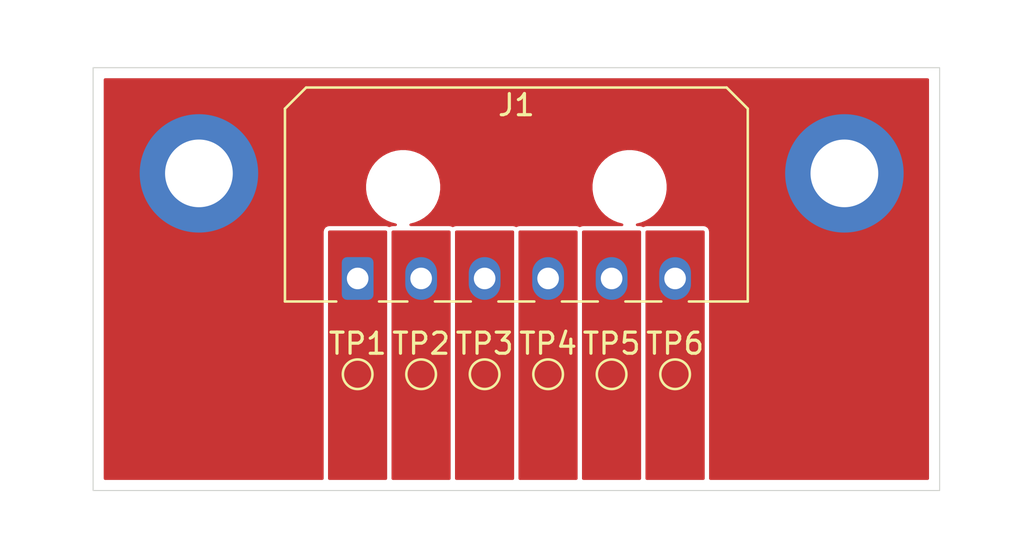
<source format=kicad_pcb>
(kicad_pcb (version 20240108) (generator "pcbnew") (generator_version "8.0")
  (layers (0 "F.Cu" signal) (31 "B.Cu" signal) (34 "B.Paste" user) (35 "F.Paste" user) (36 "B.SilkS" user "B.Silkscreen") (37 "F.SilkS" user "F.Silkscreen") (38 "B.Mask" user) (39 "F.Mask" user) (44 "Edge.Cuts" user))
  (net 0 "")
  (net 1 "Net-(J1-Pin_2)")
  (net 2 "Net-(J1-Pin_6)")
  (net 3 "Net-(J1-Pin_3)")
  (net 4 "Net-(J1-Pin_1)")
  (net 5 "Net-(J1-Pin_4)")
  (net 6 "Net-(J1-Pin_5)")
  (net 7 "GND")
  (footprint "TestPoint:TestPoint_Pad_D1.0mm" (layer "F.Cu") (at 65.5 64.5)
    (property "Reference" "TP2" (at 0 -1.448 0) (layer "F.SilkS"))
    (property "Value" "TestPoint")
    (fp_circle (center 0 0) (end 0 0.7) (stroke (width 0.12)) (fill none) (layer "F.SilkS"))
    (pad "1" smd circle (at 0 0) (size 1 1) (layers "F.Cu" "F.Mask") (net 1 "Net-(J1-Pin_2)"))
  )
  (footprint "TestPoint:TestPoint_Pad_D1.0mm" (layer "F.Cu") (at 77.5 64.5)
    (property "Reference" "TP6" (at 0 -1.448 0) (layer "F.SilkS"))
    (property "Value" "TestPoint")
    (fp_circle (center 0 0) (end 0 0.7) (stroke (width 0.12)) (fill none) (layer "F.SilkS"))
    (pad "1" smd circle (at 0 0) (size 1 1) (layers "F.Cu" "F.Mask") (net 2 "Net-(J1-Pin_6)"))
  )
  (footprint "MountingHole:MountingHole_3.2mm_M3_DIN965_Pad_TopBottom" (layer "F.Cu") (at 55 55)
    (property "Reference" "H1" (hide yes))
    (property "Value" "MountingHole_Pad")
    (pad "1" thru_hole circle (at 0 0) (size 3.6 3.6) (drill 3.2) (layers "*.Cu" "*.Mask" "In1.Cu" "In2.Cu" "In3.Cu" "In4.Cu" "In5.Cu" "In6.Cu" "In7.Cu" "In8.Cu" "In9.Cu" "In10.Cu" "In11.Cu" "In12.Cu" "In13.Cu" "In14.Cu" "In15.Cu" "In16.Cu" "In17.Cu" "In18.Cu" "In19.Cu" "In20.Cu" "In21.Cu" "In22.Cu" "In23.Cu" "In24.Cu" "In25.Cu" "In26.Cu" "In27.Cu" "In28.Cu" "In29.Cu" "In30.Cu") (net 7 "GND"))
    (pad "1" connect circle (at 0 0) (size 5.6 5.6) (layers "F.Cu" "F.Mask") (net 7 "GND"))
    (pad "1" connect circle (at 0 0) (size 5.6 5.6) (layers "B.Cu" "B.Mask") (net 7 "GND"))
  )
  (footprint "Connector_Molex:Molex_Micro-Fit_3.0_43650-0600_1x06_P3.00mm_Horizontal" (layer "F.Cu") (at 62.5 59.97)
    (property "Reference" "J1" (at 7.5 -8.2 0) (layer "F.SilkS"))
    (property "Value" "Conn_01x06")
    (fp_line (start -3.435 -8.03) (end -2.435 -9.03) (stroke (width 0.12)) (layer "F.SilkS"))
    (fp_line (start -3.435 1.09) (end -3.435 -8.03) (stroke (width 0.12)) (layer "F.SilkS"))
    (fp_line (start -3.435 1.09) (end -1.01 1.09) (stroke (width 0.12)) (layer "F.SilkS"))
    (fp_line (start -2.435 -9.03) (end 17.435 -9.03) (stroke (width 0.12)) (layer "F.SilkS"))
    (fp_line (start 1.01 1.09) (end 2.348233 1.09) (stroke (width 0.12)) (layer "F.SilkS"))
    (fp_line (start 3.651767 1.09) (end 5.348233 1.09) (stroke (width 0.12)) (layer "F.SilkS"))
    (fp_line (start 6.651767 1.09) (end 8.348233 1.09) (stroke (width 0.12)) (layer "F.SilkS"))
    (fp_line (start 9.651767 1.09) (end 11.348233 1.09) (stroke (width 0.12)) (layer "F.SilkS"))
    (fp_line (start 12.651767 1.09) (end 14.348233 1.09) (stroke (width 0.12)) (layer "F.SilkS"))
    (fp_line (start 17.435 -9.03) (end 18.435 -8.03) (stroke (width 0.12)) (layer "F.SilkS"))
    (fp_line (start 18.435 -8.03) (end 18.435 1.09) (stroke (width 0.12)) (layer "F.SilkS"))
    (fp_line (start 18.435 1.09) (end 15.651767 1.09) (stroke (width 0.12)) (layer "F.SilkS"))
    (pad "" np_thru_hole circle (at 2.15 -4.32) (size 3 3) (drill 3) (layers "*.Cu" "*.Mask" "In1.Cu" "In2.Cu" "In3.Cu" "In4.Cu" "In5.Cu" "In6.Cu" "In7.Cu" "In8.Cu" "In9.Cu" "In10.Cu" "In11.Cu" "In12.Cu" "In13.Cu" "In14.Cu" "In15.Cu" "In16.Cu" "In17.Cu" "In18.Cu" "In19.Cu" "In20.Cu" "In21.Cu" "In22.Cu" "In23.Cu" "In24.Cu" "In25.Cu" "In26.Cu" "In27.Cu" "In28.Cu" "In29.Cu" "In30.Cu"))
    (pad "" np_thru_hole circle (at 12.85 -4.32) (size 3 3) (drill 3) (layers "*.Cu" "*.Mask" "In1.Cu" "In2.Cu" "In3.Cu" "In4.Cu" "In5.Cu" "In6.Cu" "In7.Cu" "In8.Cu" "In9.Cu" "In10.Cu" "In11.Cu" "In12.Cu" "In13.Cu" "In14.Cu" "In15.Cu" "In16.Cu" "In17.Cu" "In18.Cu" "In19.Cu" "In20.Cu" "In21.Cu" "In22.Cu" "In23.Cu" "In24.Cu" "In25.Cu" "In26.Cu" "In27.Cu" "In28.Cu" "In29.Cu" "In30.Cu"))
    (pad "1" thru_hole roundrect (at 0 0) (size 1.5 2.02) (drill 1.02) (layers "*.Cu" "*.Mask" "In1.Cu" "In2.Cu" "In3.Cu" "In4.Cu" "In5.Cu" "In6.Cu" "In7.Cu" "In8.Cu" "In9.Cu" "In10.Cu" "In11.Cu" "In12.Cu" "In13.Cu" "In14.Cu" "In15.Cu" "In16.Cu" "In17.Cu" "In18.Cu" "In19.Cu" "In20.Cu" "In21.Cu" "In22.Cu" "In23.Cu" "In24.Cu" "In25.Cu" "In26.Cu" "In27.Cu" "In28.Cu" "In29.Cu" "In30.Cu") (roundrect_rratio 0.166667) (net 4 "Net-(J1-Pin_1)"))
    (pad "2" thru_hole oval (at 3 0) (size 1.5 2.02) (drill 1.02) (layers "*.Cu" "*.Mask" "In1.Cu" "In2.Cu" "In3.Cu" "In4.Cu" "In5.Cu" "In6.Cu" "In7.Cu" "In8.Cu" "In9.Cu" "In10.Cu" "In11.Cu" "In12.Cu" "In13.Cu" "In14.Cu" "In15.Cu" "In16.Cu" "In17.Cu" "In18.Cu" "In19.Cu" "In20.Cu" "In21.Cu" "In22.Cu" "In23.Cu" "In24.Cu" "In25.Cu" "In26.Cu" "In27.Cu" "In28.Cu" "In29.Cu" "In30.Cu") (net 1 "Net-(J1-Pin_2)"))
    (pad "3" thru_hole oval (at 6 0) (size 1.5 2.02) (drill 1.02) (layers "*.Cu" "*.Mask" "In1.Cu" "In2.Cu" "In3.Cu" "In4.Cu" "In5.Cu" "In6.Cu" "In7.Cu" "In8.Cu" "In9.Cu" "In10.Cu" "In11.Cu" "In12.Cu" "In13.Cu" "In14.Cu" "In15.Cu" "In16.Cu" "In17.Cu" "In18.Cu" "In19.Cu" "In20.Cu" "In21.Cu" "In22.Cu" "In23.Cu" "In24.Cu" "In25.Cu" "In26.Cu" "In27.Cu" "In28.Cu" "In29.Cu" "In30.Cu") (net 3 "Net-(J1-Pin_3)"))
    (pad "4" thru_hole oval (at 9 0) (size 1.5 2.02) (drill 1.02) (layers "*.Cu" "*.Mask" "In1.Cu" "In2.Cu" "In3.Cu" "In4.Cu" "In5.Cu" "In6.Cu" "In7.Cu" "In8.Cu" "In9.Cu" "In10.Cu" "In11.Cu" "In12.Cu" "In13.Cu" "In14.Cu" "In15.Cu" "In16.Cu" "In17.Cu" "In18.Cu" "In19.Cu" "In20.Cu" "In21.Cu" "In22.Cu" "In23.Cu" "In24.Cu" "In25.Cu" "In26.Cu" "In27.Cu" "In28.Cu" "In29.Cu" "In30.Cu") (net 5 "Net-(J1-Pin_4)"))
    (pad "5" thru_hole oval (at 12 0) (size 1.5 2.02) (drill 1.02) (layers "*.Cu" "*.Mask" "In1.Cu" "In2.Cu" "In3.Cu" "In4.Cu" "In5.Cu" "In6.Cu" "In7.Cu" "In8.Cu" "In9.Cu" "In10.Cu" "In11.Cu" "In12.Cu" "In13.Cu" "In14.Cu" "In15.Cu" "In16.Cu" "In17.Cu" "In18.Cu" "In19.Cu" "In20.Cu" "In21.Cu" "In22.Cu" "In23.Cu" "In24.Cu" "In25.Cu" "In26.Cu" "In27.Cu" "In28.Cu" "In29.Cu" "In30.Cu") (net 6 "Net-(J1-Pin_5)"))
    (pad "6" thru_hole oval (at 15 0) (size 1.5 2.02) (drill 1.02) (layers "*.Cu" "*.Mask" "In1.Cu" "In2.Cu" "In3.Cu" "In4.Cu" "In5.Cu" "In6.Cu" "In7.Cu" "In8.Cu" "In9.Cu" "In10.Cu" "In11.Cu" "In12.Cu" "In13.Cu" "In14.Cu" "In15.Cu" "In16.Cu" "In17.Cu" "In18.Cu" "In19.Cu" "In20.Cu" "In21.Cu" "In22.Cu" "In23.Cu" "In24.Cu" "In25.Cu" "In26.Cu" "In27.Cu" "In28.Cu" "In29.Cu" "In30.Cu") (net 2 "Net-(J1-Pin_6)"))
  )
  (footprint "TestPoint:TestPoint_Pad_D1.0mm" (layer "F.Cu") (at 74.5 64.5)
    (property "Reference" "TP5" (at 0 -1.448 0) (layer "F.SilkS"))
    (property "Value" "TestPoint")
    (fp_circle (center 0 0) (end 0 0.7) (stroke (width 0.12)) (fill none) (layer "F.SilkS"))
    (pad "1" smd circle (at 0 0) (size 1 1) (layers "F.Cu" "F.Mask") (net 6 "Net-(J1-Pin_5)"))
  )
  (footprint "TestPoint:TestPoint_Pad_D1.0mm" (layer "F.Cu") (at 68.5 64.5)
    (property "Reference" "TP3" (at 0 -1.448 0) (layer "F.SilkS"))
    (property "Value" "TestPoint")
    (fp_circle (center 0 0) (end 0 0.7) (stroke (width 0.12)) (fill none) (layer "F.SilkS"))
    (pad "1" smd circle (at 0 0) (size 1 1) (layers "F.Cu" "F.Mask") (net 3 "Net-(J1-Pin_3)"))
  )
  (footprint "MountingHole:MountingHole_3.2mm_M3_DIN965_Pad_TopBottom" (layer "F.Cu") (at 85.5 55)
    (property "Reference" "H2" (hide yes))
    (property "Value" "MountingHole_Pad")
    (pad "1" thru_hole circle (at 0 0) (size 3.6 3.6) (drill 3.2) (layers "*.Cu" "*.Mask" "In1.Cu" "In2.Cu" "In3.Cu" "In4.Cu" "In5.Cu" "In6.Cu" "In7.Cu" "In8.Cu" "In9.Cu" "In10.Cu" "In11.Cu" "In12.Cu" "In13.Cu" "In14.Cu" "In15.Cu" "In16.Cu" "In17.Cu" "In18.Cu" "In19.Cu" "In20.Cu" "In21.Cu" "In22.Cu" "In23.Cu" "In24.Cu" "In25.Cu" "In26.Cu" "In27.Cu" "In28.Cu" "In29.Cu" "In30.Cu") (net 7 "GND"))
    (pad "1" connect circle (at 0 0) (size 5.6 5.6) (layers "F.Cu" "F.Mask") (net 7 "GND"))
    (pad "1" connect circle (at 0 0) (size 5.6 5.6) (layers "B.Cu" "B.Mask") (net 7 "GND"))
  )
  (footprint "TestPoint:TestPoint_Pad_D1.0mm" (layer "F.Cu") (at 62.5 64.5)
    (property "Reference" "TP1" (at 0 -1.448 0) (layer "F.SilkS"))
    (property "Value" "TestPoint")
    (fp_circle (center 0 0) (end 0 0.7) (stroke (width 0.12)) (fill none) (layer "F.SilkS"))
    (pad "1" smd circle (at 0 0) (size 1 1) (layers "F.Cu" "F.Mask") (net 4 "Net-(J1-Pin_1)"))
  )
  (footprint "TestPoint:TestPoint_Pad_D1.0mm" (layer "F.Cu") (at 71.5 64.5)
    (property "Reference" "TP4" (at 0 -1.448 0) (layer "F.SilkS"))
    (property "Value" "TestPoint")
    (fp_circle (center 0 0) (end 0 0.7) (stroke (width 0.12)) (fill none) (layer "F.SilkS"))
    (pad "1" smd circle (at 0 0) (size 1 1) (layers "F.Cu" "F.Mask") (net 5 "Net-(J1-Pin_4)"))
  )
  (gr_rect (start 50 50) (end 90 70) (stroke (width 0.05)) (fill none) (layer "Edge.Cuts"))
  (zone (net 3) (net_name "Net-(J1-Pin_3)") (layer "F.Cu") (priority 2) (connect_pads yes (clearance 0.127)) (min_thickness 0.127) (fill yes (thermal_gap 0.5) (thermal_bridge_width 0.5))
    (polygon (pts (xy 67.1 70.1) (xy 67.1 57.7) (xy 69.9 57.7) (xy 69.9 70.1)))
  )
  (zone (net 4) (net_name "Net-(J1-Pin_1)") (layer "F.Cu") (priority 1) (connect_pads yes (clearance 0.127)) (min_thickness 0.127) (fill yes (thermal_gap 0.5) (thermal_bridge_width 0.5))
    (polygon (pts (xy 63.9 70.1) (xy 63.9 57.7) (xy 61.1 57.7) (xy 61.1 70.1)))
  )
  (zone (net 6) (net_name "Net-(J1-Pin_5)") (layer "F.Cu") (priority 4) (connect_pads yes (clearance 0.127)) (min_thickness 0.127) (fill yes (thermal_gap 0.5) (thermal_bridge_width 0.5))
    (polygon (pts (xy 73.1 70.1) (xy 75.9 70.1) (xy 75.9 57.7) (xy 73.1 57.7)))
  )
  (zone (net 1) (net_name "Net-(J1-Pin_2)") (layer "F.Cu") (priority 1) (connect_pads yes (clearance 0.127)) (min_thickness 0.127) (fill yes (thermal_gap 0.5) (thermal_bridge_width 0.5))
    (polygon (pts (xy 64.1 70.1) (xy 64.1 57.7) (xy 66.9 57.7) (xy 66.9 70.1)))
  )
  (zone (net 7) (net_name "GND") (layer "F.Cu") (connect_pads yes (clearance 0.127)) (min_thickness 0.127) (fill yes (thermal_gap 0.5) (thermal_bridge_width 0.5))
    (polygon (pts (xy 45.6 46.8) (xy 94 46.8) (xy 94 73.3) (xy 45.6 73.3)))
  )
  (zone (net 5) (net_name "Net-(J1-Pin_4)") (layer "F.Cu") (priority 3) (connect_pads yes (clearance 0.127)) (min_thickness 0.127) (fill yes (thermal_gap 0.5) (thermal_bridge_width 0.5))
    (polygon (pts (xy 70.1 70.1) (xy 70.1 57.7) (xy 72.9 57.7) (xy 72.9 70.1)))
  )
  (zone (net 2) (net_name "Net-(J1-Pin_6)") (layer "F.Cu") (priority 5) (connect_pads yes (clearance 0.127)) (min_thickness 0.127) (fill yes (thermal_gap 0.5) (thermal_bridge_width 0.5))
    (polygon (pts (xy 76.1 57.7) (xy 78.9 57.7) (xy 78.9 70.1) (xy 76.1 70.1)))
  )
)
</source>
